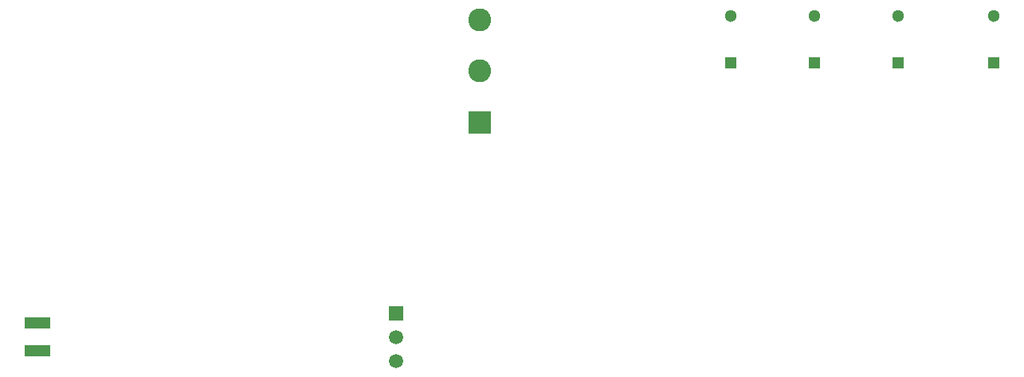
<source format=gbs>
%TF.GenerationSoftware,KiCad,Pcbnew,5.1.9+dfsg1-1+deb11u1*%
%TF.CreationDate,2023-05-03T00:18:42-05:00*%
%TF.ProjectId,PCB Test Design,50434220-5465-4737-9420-44657369676e,rev?*%
%TF.SameCoordinates,Original*%
%TF.FileFunction,Soldermask,Bot*%
%TF.FilePolarity,Negative*%
%FSLAX46Y46*%
G04 Gerber Fmt 4.6, Leading zero omitted, Abs format (unit mm)*
G04 Created by KiCad (PCBNEW 5.1.9+dfsg1-1+deb11u1) date 2023-05-03 00:18:42*
%MOMM*%
%LPD*%
G01*
G04 APERTURE LIST*
%ADD10R,1.300000X1.300000*%
%ADD11C,1.300000*%
%ADD12R,2.700000X1.150000*%
%ADD13R,1.515000X1.515000*%
%ADD14C,1.515000*%
%ADD15C,2.430000*%
%ADD16R,2.430000X2.430000*%
G04 APERTURE END LIST*
D10*
%TO.C, *%
X177800000Y-77470000D03*
D11*
X177800000Y-72470000D03*
%TD*%
D10*
%TO.C, *%
X168910000Y-77470000D03*
D11*
X168910000Y-72470000D03*
%TD*%
D10*
%TO.C, *%
X160020000Y-77470000D03*
D11*
X160020000Y-72470000D03*
%TD*%
D10*
%TO.C,C2 (6KV\u002C 33pF)*%
X187960000Y-77470000D03*
D11*
X187960000Y-72470000D03*
%TD*%
D12*
%TO.C,C1 (1 uF\u002C 100V)*%
X86360000Y-108180000D03*
X86360000Y-105180000D03*
%TD*%
D13*
%TO.C,VR\u002A\u002A*%
X124460000Y-104140000D03*
D14*
X124460000Y-106680000D03*
X124460000Y-109220000D03*
%TD*%
D15*
%TO.C,Q\u002A\u002A*%
X133350000Y-72920000D03*
X133350000Y-78370000D03*
D16*
X133350000Y-83820000D03*
%TD*%
M02*

</source>
